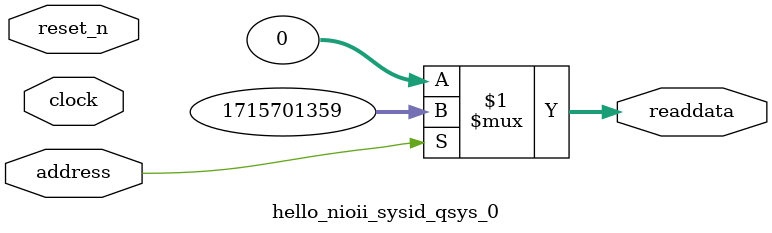
<source format=v>



// synthesis translate_off
`timescale 1ns / 1ps
// synthesis translate_on

// turn off superfluous verilog processor warnings 
// altera message_level Level1 
// altera message_off 10034 10035 10036 10037 10230 10240 10030 

module hello_nioii_sysid_qsys_0 (
               // inputs:
                address,
                clock,
                reset_n,

               // outputs:
                readdata
             )
;

  output  [ 31: 0] readdata;
  input            address;
  input            clock;
  input            reset_n;

  wire    [ 31: 0] readdata;
  //control_slave, which is an e_avalon_slave
  assign readdata = address ? 1715701359 : 0;

endmodule



</source>
